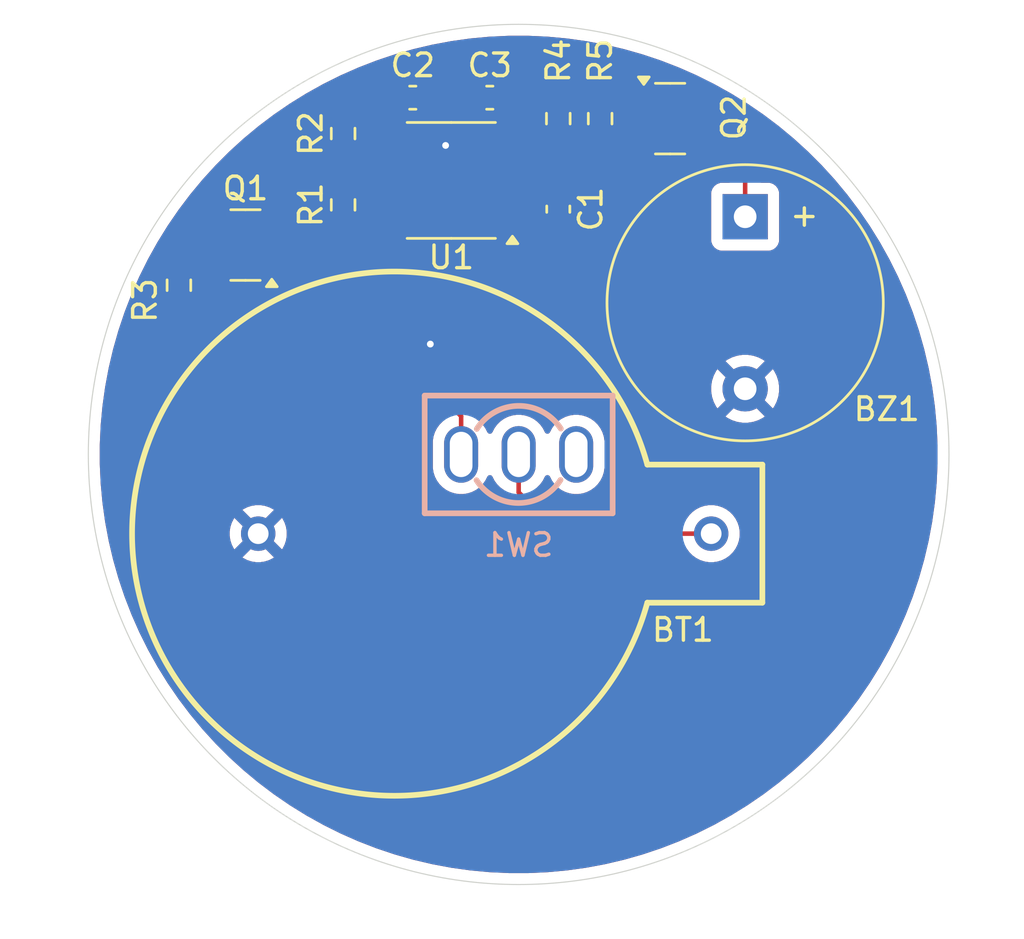
<source format=kicad_pcb>
(kicad_pcb (version 20241229) (generator "pcbnew") (generator_version "9.0")
  (layers (0 "F.Cu" signal) (2 "B.Cu" signal) (13 "F.Paste" user) (15 "B.Paste" user) (5 "F.SilkS" user "F.Silkscreen") (7 "B.SilkS" user "B.Silkscreen") (1 "F.Mask" user) (3 "B.Mask" user) (25 "Edge.Cuts" user))
  (net 0 "")
  (net 1 "GND")
  (net 2 "Net-(BT1-+)")
  (net 3 "Net-(BZ1-+)")
  (net 4 "Net-(U1-THR)")
  (net 5 "Net-(U1-CV)")
  (net 6 "VCC")
  (net 7 "Net-(Q1-G)")
  (net 8 "Net-(Q1-D)")
  (net 9 "Net-(Q2-G)")
  (net 10 "Net-(U1-DIS)")
  (net 11 "Net-(U1-Q)")
  (footprint "easyeda2kicad:BAT-TH_BS-04-A1BJ004" (layer "F.Cu") (at 148.5 103.5)
    (property "Reference" "BT1" (at 8.75 4.25 0) (layer "F.SilkS"))
    (property "Value" "Battery_Cell")
    (fp_line (start 7.18 -3.05) (end 12.26 -3.05) (stroke (width 0.25)) (layer "F.SilkS"))
    (fp_line (start 7.18 3.05) (end 12.26 3.05) (stroke (width 0.25)) (layer "F.SilkS"))
    (fp_line (start 12.26 -3.05) (end 12.26 3.05) (stroke (width 0.25)) (layer "F.SilkS"))
    (fp_arc (start 7.18 3.05) (mid -15.56892 -0.000501) (end 7.180264 -3.049034) (stroke (width 0.25)) (layer "F.SilkS"))
    (pad "1" thru_hole circle (at 10 0) (size 1.52 1.52) (drill 0.9144) (layers "*.Cu" "*.Mask") (net 2 "Net-(BT1-+)"))
    (pad "2" thru_hole circle (at -10 0) (size 1.52 1.52) (drill 0.9144) (layers "*.Cu" "*.Mask") (net 1 "GND"))
  )
  (footprint "Package_TO_SOT_SMD:SOT-23" (layer "F.Cu") (at 156.6875 85.165)
    (property "Reference" "Q2" (at 2.8125 -0.05 90) (layer "F.SilkS"))
    (property "Value" "AO3401A")
    (fp_line (start 0 -1.56) (end -0.65 -1.56) (stroke (width 0.12)) (layer "F.SilkS"))
    (fp_line (start 0 -1.56) (end 0.65 -1.56) (stroke (width 0.12)) (layer "F.SilkS"))
    (fp_line (start 0 1.56) (end -0.65 1.56) (stroke (width 0.12)) (layer "F.SilkS"))
    (fp_line (start 0 1.56) (end 0.65 1.56) (stroke (width 0.12)) (layer "F.SilkS"))
    (fp_poly (pts (xy -1.1625 -1.51) (xy -1.4025 -1.84) (xy -0.9225 -1.84) (xy -1.1625 -1.51)) (stroke (width 0.12)) (fill yes) (layer "F.SilkS"))
    (pad "1" smd roundrect (at -0.9375 -0.95) (size 1.475 0.6) (layers "F.Cu" "F.Mask" "F.Paste") (net 9 "Net-(Q2-G)"))
    (pad "2" smd roundrect (at -0.9375 0.95) (size 1.475 0.6) (layers "F.Cu" "F.Mask" "F.Paste") (net 6 "VCC"))
    (pad "3" smd roundrect (at 0.9375 0) (size 1.475 0.6) (layers "F.Cu" "F.Mask" "F.Paste") (net 3 "Net-(BZ1-+)"))
  )
  (footprint "Buzzer_Beeper:Buzzer_12x9.5RM7.6" (layer "F.Cu") (at 160 89.5 -90)
    (property "Reference" "BZ1" (at 8.5 -6.25 180) (layer "F.SilkS"))
    (property "Value" "Buzzer")
    (fp_circle (center 3.8 0) (end 9.9 0) (stroke (width 0.12)) (fill no) (layer "F.SilkS"))
    (fp_text user "+" (at -0.01 -2.54 90) (layer "F.SilkS"))
    (pad "1" thru_hole rect (at 0 0 270) (size 2 2) (drill 1) (layers "*.Cu" "*.Mask") (net 3 "Net-(BZ1-+)"))
    (pad "2" thru_hole circle (at 7.6 0 270) (size 2 2) (drill 1) (layers "*.Cu" "*.Mask") (net 1 "GND"))
  )
  (footprint "Capacitor_SMD:C_0603_1608Metric" (layer "F.Cu") (at 151.75 89.165 -90)
    (property "Reference" "C1" (at 0 -1.43 90) (layer "F.SilkS"))
    (property "Value" "47nF")
    (fp_line (start -0.14058 0.51) (end 0.14058 0.51) (stroke (width 0.12)) (layer "F.SilkS"))
    (fp_line (start -0.14058 -0.51) (end 0.14058 -0.51) (stroke (width 0.12)) (layer "F.SilkS"))
    (pad "1" smd roundrect (at -0.775 0 270) (size 0.9 0.95) (layers "F.Cu" "F.Mask" "F.Paste") (net 4 "Net-(U1-THR)"))
    (pad "2" smd roundrect (at 0.775 0 270) (size 0.9 0.95) (layers "F.Cu" "F.Mask" "F.Paste") (net 1 "GND"))
  )
  (footprint "Package_SO:SOIC-8_3.9x4.9mm_P1.27mm" (layer "F.Cu") (at 147.025 87.895 180)
    (property "Reference" "U1" (at 0 -3.4 0) (layer "F.SilkS"))
    (property "Value" "TLC555xD")
    (fp_line (start 0 2.56) (end 1.95 2.56) (stroke (width 0.12)) (layer "F.SilkS"))
    (fp_line (start 0 2.56) (end -1.95 2.56) (stroke (width 0.12)) (layer "F.SilkS"))
    (fp_line (start 0 -2.56) (end 1.95 -2.56) (stroke (width 0.12)) (layer "F.SilkS"))
    (fp_line (start 0 -2.56) (end -1.95 -2.56) (stroke (width 0.12)) (layer "F.SilkS"))
    (fp_poly (pts (xy -2.7 -2.465) (xy -2.94 -2.795) (xy -2.46 -2.795) (xy -2.7 -2.465)) (stroke (width 0.12)) (fill yes) (layer "F.SilkS"))
    (pad "1" smd roundrect (at -2.475 -1.905 180) (size 1.95 0.6) (layers "F.Cu" "F.Mask" "F.Paste") (net 1 "GND"))
    (pad "2" smd roundrect (at -2.475 -0.635 180) (size 1.95 0.6) (layers "F.Cu" "F.Mask" "F.Paste") (net 4 "Net-(U1-THR)"))
    (pad "3" smd roundrect (at -2.475 0.635 180) (size 1.95 0.6) (layers "F.Cu" "F.Mask" "F.Paste") (net 11 "Net-(U1-Q)"))
    (pad "4" smd roundrect (at -2.475 1.905 180) (size 1.95 0.6) (layers "F.Cu" "F.Mask" "F.Paste") (net 6 "VCC"))
    (pad "5" smd roundrect (at 2.475 1.905 180) (size 1.95 0.6) (layers "F.Cu" "F.Mask" "F.Paste") (net 5 "Net-(U1-CV)"))
    (pad "6" smd roundrect (at 2.475 0.635 180) (size 1.95 0.6) (layers "F.Cu" "F.Mask" "F.Paste") (net 4 "Net-(U1-THR)"))
    (pad "7" smd roundrect (at 2.475 -0.635 180) (size 1.95 0.6) (layers "F.Cu" "F.Mask" "F.Paste") (net 10 "Net-(U1-DIS)"))
    (pad "8" smd roundrect (at 2.475 -1.905 180) (size 1.95 0.6) (layers "F.Cu" "F.Mask" "F.Paste") (net 6 "VCC"))
  )
  (footprint "Resistor_SMD:R_0603_1608Metric" (layer "F.Cu") (at 135 92.525 -90)
    (property "Reference" "R3" (at 0.675 1.5 90) (layer "F.SilkS"))
    (property "Value" "100Ω")
    (fp_line (start -0.237258 0.5225) (end 0.237258 0.5225) (stroke (width 0.12)) (layer "F.SilkS"))
    (fp_line (start -0.237258 -0.5225) (end 0.237258 -0.5225) (stroke (width 0.12)) (layer "F.SilkS"))
    (pad "1" smd roundrect (at -0.825 0 270) (size 0.8 0.95) (layers "F.Cu" "F.Mask" "F.Paste") (net 7 "Net-(Q1-G)"))
    (pad "2" smd roundrect (at 0.825 0 270) (size 0.8 0.95) (layers "F.Cu" "F.Mask" "F.Paste") (net 1 "GND"))
  )
  (footprint "Resistor_SMD:R_0603_1608Metric" (layer "F.Cu") (at 142.25 88.975 90)
    (property "Reference" "R1" (at 0 -1.43 90) (layer "F.SilkS"))
    (property "Value" "5.1MΩ")
    (fp_line (start -0.237258 -0.5225) (end 0.237258 -0.5225) (stroke (width 0.12)) (layer "F.SilkS"))
    (fp_line (start -0.237258 0.5225) (end 0.237258 0.5225) (stroke (width 0.12)) (layer "F.SilkS"))
    (pad "1" smd roundrect (at -0.825 0 90) (size 0.8 0.95) (layers "F.Cu" "F.Mask" "F.Paste") (net 6 "VCC"))
    (pad "2" smd roundrect (at 0.825 0 90) (size 0.8 0.95) (layers "F.Cu" "F.Mask" "F.Paste") (net 10 "Net-(U1-DIS)"))
  )
  (footprint "Resistor_SMD:R_0603_1608Metric" (layer "F.Cu") (at 142.25 85.825 90)
    (property "Reference" "R2" (at 0 -1.43 90) (layer "F.SilkS"))
    (property "Value" "10MΩ")
    (fp_line (start -0.237258 -0.5225) (end 0.237258 -0.5225) (stroke (width 0.12)) (layer "F.SilkS"))
    (fp_line (start -0.237258 0.5225) (end 0.237258 0.5225) (stroke (width 0.12)) (layer "F.SilkS"))
    (pad "1" smd roundrect (at -0.825 0 90) (size 0.8 0.95) (layers "F.Cu" "F.Mask" "F.Paste") (net 10 "Net-(U1-DIS)"))
    (pad "2" smd roundrect (at 0.825 0 90) (size 0.8 0.95) (layers "F.Cu" "F.Mask" "F.Paste") (net 4 "Net-(U1-THR)"))
  )
  (footprint "Package_TO_SOT_SMD:SOT-23" (layer "F.Cu") (at 137.9375 90.75 180)
    (property "Reference" "Q1" (at 0 2.5 0) (layer "F.SilkS"))
    (property "Value" "AO3401A")
    (fp_line (start 0 1.56) (end 0.65 1.56) (stroke (width 0.12)) (layer "F.SilkS"))
    (fp_line (start 0 1.56) (end -0.65 1.56) (stroke (width 0.12)) (layer "F.SilkS"))
    (fp_line (start 0 -1.56) (end 0.65 -1.56) (stroke (width 0.12)) (layer "F.SilkS"))
    (fp_line (start 0 -1.56) (end -0.65 -1.56) (stroke (width 0.12)) (layer "F.SilkS"))
    (fp_poly (pts (xy -1.1625 -1.51) (xy -1.4025 -1.84) (xy -0.9225 -1.84) (xy -1.1625 -1.51)) (stroke (width 0.12)) (fill yes) (layer "F.SilkS"))
    (pad "1" smd roundrect (at -0.9375 -0.95 180) (size 1.475 0.6) (layers "F.Cu" "F.Mask" "F.Paste") (net 7 "Net-(Q1-G)"))
    (pad "2" smd roundrect (at -0.9375 0.95 180) (size 1.475 0.6) (layers "F.Cu" "F.Mask" "F.Paste") (net 6 "VCC"))
    (pad "3" smd roundrect (at 0.9375 0 180) (size 1.475 0.6) (layers "F.Cu" "F.Mask" "F.Paste") (net 8 "Net-(Q1-D)"))
  )
  (footprint "Resistor_SMD:R_0603_1608Metric" (layer "F.Cu") (at 153.5975 85.165 90)
    (property "Reference" "R5" (at 2.55 0 90) (layer "F.SilkS"))
    (property "Value" "10kΩ")
    (fp_line (start -0.237258 -0.5225) (end 0.237258 -0.5225) (stroke (width 0.12)) (layer "F.SilkS"))
    (fp_line (start -0.237258 0.5225) (end 0.237258 0.5225) (stroke (width 0.12)) (layer "F.SilkS"))
    (pad "1" smd roundrect (at -0.825 0 90) (size 0.8 0.95) (layers "F.Cu" "F.Mask" "F.Paste") (net 6 "VCC"))
    (pad "2" smd roundrect (at 0.825 0 90) (size 0.8 0.95) (layers "F.Cu" "F.Mask" "F.Paste") (net 9 "Net-(Q2-G)"))
  )
  (footprint "Capacitor_SMD:C_0603_1608Metric" (layer "F.Cu") (at 148.725 84.24 180)
    (property "Reference" "C3" (at 0 1.43 0) (layer "F.SilkS"))
    (property "Value" "10nF")
    (fp_line (start -0.14058 0.51) (end 0.14058 0.51) (stroke (width 0.12)) (layer "F.SilkS"))
    (fp_line (start -0.14058 -0.51) (end 0.14058 -0.51) (stroke (width 0.12)) (layer "F.SilkS"))
    (pad "1" smd roundrect (at -0.775 0 180) (size 0.9 0.95) (layers "F.Cu" "F.Mask" "F.Paste") (net 6 "VCC"))
    (pad "2" smd roundrect (at 0.775 0 180) (size 0.9 0.95) (layers "F.Cu" "F.Mask" "F.Paste") (net 1 "GND"))
  )
  (footprint "Resistor_SMD:R_0603_1608Metric" (layer "F.Cu") (at 151.75 85.165 90)
    (property "Reference" "R4" (at 2.55 0 270) (layer "F.SilkS"))
    (property "Value" "300Ω")
    (fp_line (start -0.237258 -0.5225) (end 0.237258 -0.5225) (stroke (width 0.12)) (layer "F.SilkS"))
    (fp_line (start -0.237258 0.5225) (end 0.237258 0.5225) (stroke (width 0.12)) (layer "F.SilkS"))
    (pad "1" smd roundrect (at -0.825 0 90) (size 0.8 0.95) (layers "F.Cu" "F.Mask" "F.Paste") (net 11 "Net-(U1-Q)"))
    (pad "2" smd roundrect (at 0.825 0 90) (size 0.8 0.95) (layers "F.Cu" "F.Mask" "F.Paste") (net 9 "Net-(Q2-G)"))
  )
  (footprint "Capacitor_SMD:C_0603_1608Metric" (layer "F.Cu") (at 145.325 84.24)
    (property "Reference" "C2" (at 0 -1.43 0) (layer "F.SilkS"))
    (property "Value" "10nF")
    (fp_line (start -0.14058 -0.51) (end 0.14058 -0.51) (stroke (width 0.12)) (layer "F.SilkS"))
    (fp_line (start -0.14058 0.51) (end 0.14058 0.51) (stroke (width 0.12)) (layer "F.SilkS"))
    (pad "1" smd roundrect (at -0.775 0) (size 0.9 0.95) (layers "F.Cu" "F.Mask" "F.Paste") (net 5 "Net-(U1-CV)"))
    (pad "2" smd roundrect (at 0.775 0) (size 0.9 0.95) (layers "F.Cu" "F.Mask" "F.Paste") (net 1 "GND"))
  )
  (footprint "easyeda2kicad:SW-TH_3P-L8.3-W5.2-P2.54_ST-0-102-A01-T000" (layer "B.Cu") (at 150 100)
    (property "Reference" "SW1" (at 0 4 180) (layer "B.SilkS") (effects (justify mirror)))
    (property "Value" "SW_SPDT")
    (fp_line (start -4.15 -2.6) (end -4.15 2.6) (stroke (width 0.25)) (layer "B.SilkS"))
    (fp_line (start -4.15 2.6) (end 4.15 2.6) (stroke (width 0.25)) (layer "B.SilkS"))
    (fp_line (start 4.15 -2.6) (end -4.15 -2.6) (stroke (width 0.25)) (layer "B.SilkS"))
    (fp_line (start 4.15 2.6) (end 4.15 -2.6) (stroke (width 0.25)) (layer "B.SilkS"))
    (fp_arc (start -1.848515 -1.12677) (mid 0.002133 -2.145094) (end 1.86 -1.14) (stroke (width 0.25)) (layer "B.SilkS"))
    (fp_arc (start 1.848515 1.12677) (mid -0.002133 2.145094) (end -1.86 1.14) (stroke (width 0.25)) (layer "B.SilkS"))
    (pad "1" thru_hole oval (at -2.54 0) (size 1.5 2.5) (drill oval 0.999998 1.999996) (layers "*.Cu" "*.Mask") (net 8 "Net-(Q1-D)"))
    (pad "2" thru_hole oval (at 0 0) (size 1.5 2.5) (drill oval 0.999998 1.999996) (layers "*.Cu" "*.Mask") (net 2 "Net-(BT1-+)"))
    (pad "3" thru_hole oval (at 2.54 0) (size 1.5 2.5) (drill oval 0.999998 1.999996) (layers "*.Cu" "*.Mask"))
  )
  (gr_circle (center 150 100) (end 169 100) (stroke (width 0.05)) (fill no) (layer "Edge.Cuts"))
  (via (at 146.775 86.35) (size 0.6) (drill 0.3) (layers "F.Cu" "B.Cu") (net 1))
  (via (at 146.1 95.125) (size 0.6) (drill 0.3) (layers "F.Cu" "B.Cu") (net 1))
  (segment (start 151.825 103.5) (end 150 101.675) (width 0.2) (layer "F.Cu") (net 2))
  (segment (start 150 101.675) (end 150 100) (width 0.2) (layer "F.Cu") (net 2))
  (segment (start 158.5 103.5) (end 151.825 103.5) (width 0.2) (layer "F.Cu") (net 2))
  (segment (start 160 86.525) (end 160 89.5) (width 0.2) (layer "F.Cu") (net 3))
  (segment (start 158.64 85.165) (end 160 86.525) (width 0.2) (layer "F.Cu") (net 3))
  (segment (start 157.625 85.165) (end 158.64 85.165) (width 0.2) (layer "F.Cu") (net 3))
  (segment (start 143.335 87.26) (end 144.55 87.26) (width 0.2) (layer "F.Cu") (net 4))
  (segment (start 142.25 85) (end 142.95 85) (width 0.2) (layer "F.Cu") (net 4))
  (segment (start 150.8 88.53) (end 149.5 88.53) (width 0.2) (layer "F.Cu") (net 4))
  (segment (start 147.38 88.53) (end 149.5 88.53) (width 0.2) (layer "F.Cu") (net 4))
  (segment (start 150.94 88.39) (end 150.8 88.53) (width 0.2) (layer "F.Cu") (net 4))
  (segment (start 143.15 85.2) (end 143.15 87.075) (width 0.2) (layer "F.Cu") (net 4))
  (segment (start 151.75 88.39) (end 150.94 88.39) (width 0.2) (layer "F.Cu") (net 4))
  (segment (start 142.95 85) (end 143.15 85.2) (width 0.2) (layer "F.Cu") (net 4))
  (segment (start 144.55 87.26) (end 146.11 87.26) (width 0.2) (layer "F.Cu") (net 4))
  (segment (start 143.15 87.075) (end 143.335 87.26) (width 0.2) (layer "F.Cu") (net 4))
  (segment (start 146.11 87.26) (end 147.38 88.53) (width 0.2) (layer "F.Cu") (net 4))
  (segment (start 144.55 84.24) (end 144.55 85.99) (width 0.2) (layer "F.Cu") (net 5))
  (segment (start 153.5975 85.99) (end 154.465 85.99) (width 0.2) (layer "F.Cu") (net 6))
  (segment (start 149.5 85.175) (end 149.5 84.24) (width 0.2) (layer "F.Cu") (net 6))
  (segment (start 149.75 85.175) (end 149.5 84.925) (width 0.2) (layer "F.Cu") (net 6))
  (segment (start 153.5975 85.3975) (end 153.375 85.175) (width 0.2) (layer "F.Cu") (net 6))
  (segment (start 153.375 85.175) (end 149.75 85.175) (width 0.2) (layer "F.Cu") (net 6))
  (segment (start 146.725 89.8) (end 144.55 89.8) (width 0.2) (layer "F.Cu") (net 6))
  (segment (start 154.59 86.115) (end 155.75 86.115) (width 0.2) (layer "F.Cu") (net 6))
  (segment (start 149.75 85.175) (end 149.5 85.175) (width 0.2) (layer "F.Cu") (net 6))
  (segment (start 154.465 85.99) (end 154.59 86.115) (width 0.2) (layer "F.Cu") (net 6))
  (segment (start 142.25 89.8) (end 138.875 89.8) (width 0.2) (layer "F.Cu") (net 6))
  (segment (start 149.5 85.99) (end 149.5 85.425) (width 0.2) (layer "F.Cu") (net 6))
  (segment (start 149.5 85.99) (end 149.5 85.175) (width 0.2) (layer "F.Cu") (net 6))
  (segment (start 153.5975 85.99) (end 153.5975 85.3975) (width 0.2) (layer "F.Cu") (net 6))
  (segment (start 155.75 86.115) (end 155.625 85.99) (width 0.3) (layer "F.Cu") (net 6))
  (segment (start 144.55 89.8) (end 142.25 89.8) (width 0.2) (layer "F.Cu") (net 6))
  (segment (start 149.5 85.425) (end 149.75 85.175) (width 0.2) (layer "F.Cu") (net 6))
  (segment (start 149.5 84.925) (end 149.5 84.24) (width 0.2) (layer "F.Cu") (net 6))
  (segment (start 153.5975 87.76761) (end 152.19011 89.175) (width 0.2) (layer "F.Cu") (net 6))
  (segment (start 153.5975 85.99) (end 153.5975 87.76761) (width 0.2) (layer "F.Cu") (net 6))
  (segment (start 147.35 89.175) (end 146.725 89.8) (width 0.2) (layer "F.Cu") (net 6))
  (segment (start 152.19011 89.175) (end 147.35 89.175) (width 0.2) (layer "F.Cu") (net 6))
  (segment (start 135 91.7) (end 138.875 91.7) (width 0.2) (layer "F.Cu") (net 7))
  (segment (start 147.46 98.31) (end 147.46 100) (width 0.2) (layer "F.Cu") (net 8))
  (segment (start 137 90.75) (end 139.9 90.75) (width 0.2) (layer "F.Cu") (net 8))
  (segment (start 139.9 90.75) (end 147.46 98.31) (width 0.2) (layer "F.Cu") (net 8))
  (segment (start 151.75 84.34) (end 153.5975 84.34) (width 0.2) (layer "F.Cu") (net 9))
  (segment (start 154.435 84.34) (end 153.5975 84.34) (width 0.2) (layer "F.Cu") (net 9))
  (segment (start 154.56 84.215) (end 154.435 84.34) (width 0.2) (layer "F.Cu") (net 9))
  (segment (start 155.75 84.215) (end 154.56 84.215) (width 0.2) (layer "F.Cu") (net 9))
  (segment (start 143.355 88.53) (end 144.55 88.53) (width 0.2) (layer "F.Cu") (net 10))
  (segment (start 142.25 86.65) (end 142.25 88.15) (width 0.2) (layer "F.Cu") (net 10))
  (segment (start 142.975 88.15) (end 143.355 88.53) (width 0.2) (layer "F.Cu") (net 10))
  (segment (start 142.25 88.15) (end 142.975 88.15) (width 0.2) (layer "F.Cu") (net 10))
  (segment (start 149.5 87.26) (end 151.19 87.26) (width 0.2) (layer "F.Cu") (net 11))
  (segment (start 149.5 87.26) (end 149.5 87.3) (width 0.2) (layer "F.Cu") (net 11))
  (segment (start 151.75 86.7) (end 151.75 85.99) (width 0.2) (layer "F.Cu") (net 11))
  (segment (start 151.19 87.26) (end 151.75 86.7) (width 0.2) (layer "F.Cu") (net 11))
  (zone (net 1) (net_name "GND") (layers "F.Cu" "B.Cu") (connect_pads (clearance 0.5)) (min_thickness 0.25) (fill yes (thermal_gap 0.5) (thermal_bridge_width 0.5))
    (polygon (pts (xy 127.35 79.925) (xy 171.975 79.925) (xy 172.325 121.425) (xy 127.1 121.225)))
  )
)
</source>
